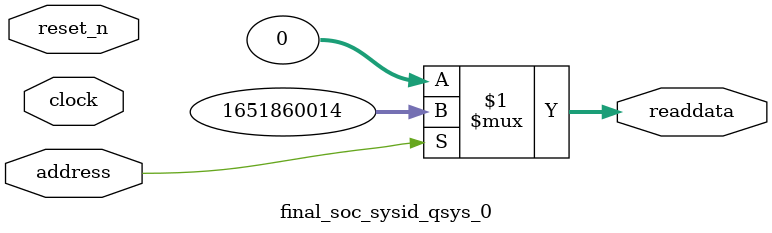
<source format=v>



// synthesis translate_off
`timescale 1ns / 1ps
// synthesis translate_on

// turn off superfluous verilog processor warnings 
// altera message_level Level1 
// altera message_off 10034 10035 10036 10037 10230 10240 10030 

module final_soc_sysid_qsys_0 (
               // inputs:
                address,
                clock,
                reset_n,

               // outputs:
                readdata
             )
;

  output  [ 31: 0] readdata;
  input            address;
  input            clock;
  input            reset_n;

  wire    [ 31: 0] readdata;
  //control_slave, which is an e_avalon_slave
  assign readdata = address ? 1651860014 : 0;

endmodule



</source>
